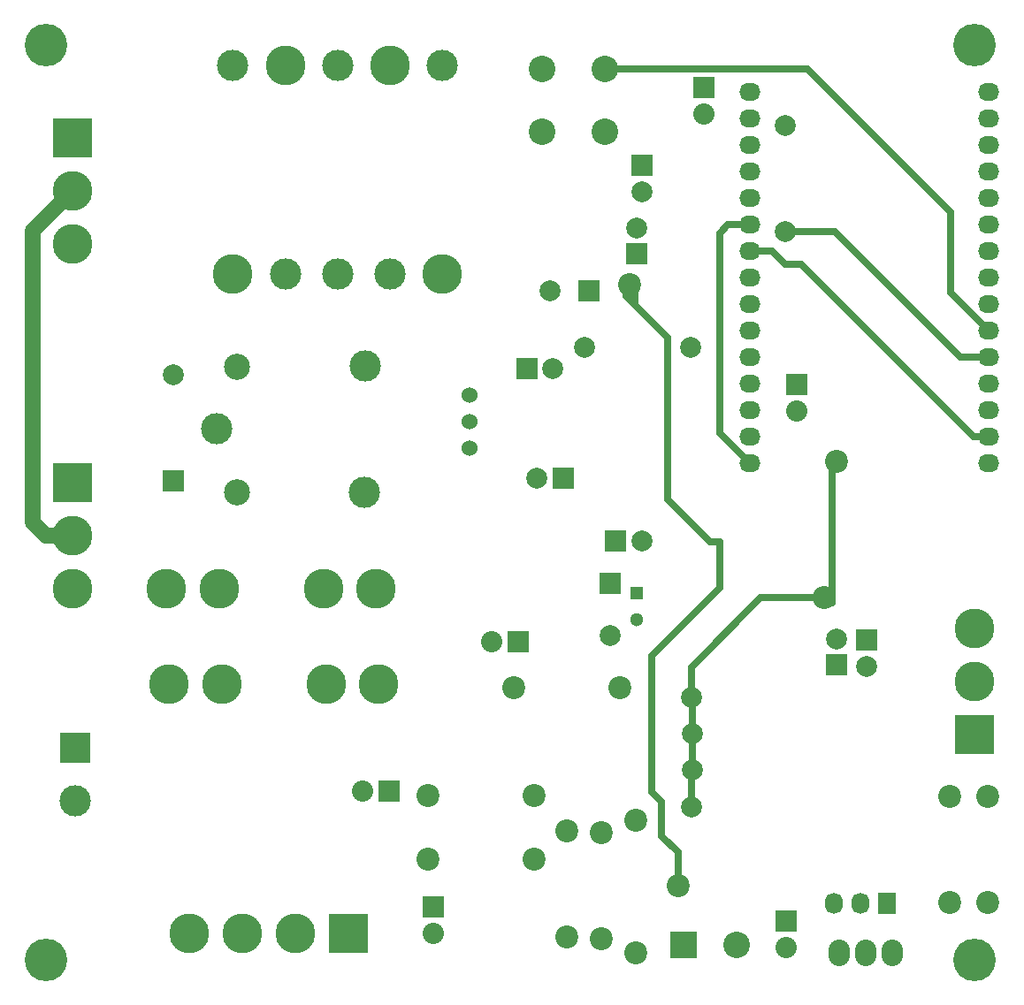
<source format=gbr>
G04 #@! TF.FileFunction,Copper,L1,Top,Signal*
%FSLAX46Y46*%
G04 Gerber Fmt 4.6, Leading zero omitted, Abs format (unit mm)*
G04 Created by KiCad (PCBNEW 4.0.2+dfsg1-stable) date pon, 19 lis 2018, 23:32:54*
%MOMM*%
G01*
G04 APERTURE LIST*
%ADD10C,0.100000*%
%ADD11O,2.032000X1.727200*%
%ADD12R,2.000000X2.000000*%
%ADD13C,2.000000*%
%ADD14C,2.200000*%
%ADD15O,2.032000X2.540000*%
%ADD16R,3.810000X3.810000*%
%ADD17C,3.810000*%
%ADD18C,2.540000*%
%ADD19R,2.032000X2.032000*%
%ADD20O,2.032000X2.032000*%
%ADD21C,1.524000*%
%ADD22C,2.999740*%
%ADD23R,1.727200X2.032000*%
%ADD24O,1.727200X2.032000*%
%ADD25R,1.300000X1.300000*%
%ADD26C,1.300000*%
%ADD27C,4.064000*%
%ADD28C,2.500000*%
%ADD29C,3.000000*%
%ADD30R,3.000000X3.000000*%
%ADD31R,2.540000X2.540000*%
%ADD32C,0.700000*%
%ADD33C,1.500000*%
G04 APERTURE END LIST*
D10*
D11*
X118250000Y-82000000D03*
X118250000Y-84540000D03*
X118250000Y-87080000D03*
X118250000Y-89620000D03*
X118250000Y-92160000D03*
X118250000Y-94700000D03*
X118250000Y-97240000D03*
X118250000Y-99780000D03*
X118250000Y-102320000D03*
X118250000Y-104860000D03*
X118250000Y-107400000D03*
X118250000Y-109940000D03*
X118250000Y-112480000D03*
X118250000Y-115020000D03*
X118250000Y-117560000D03*
X95390000Y-82000000D03*
X95390000Y-112480000D03*
X95390000Y-115020000D03*
X95390000Y-109940000D03*
X95390000Y-94700000D03*
X95390000Y-92160000D03*
X95390000Y-97240000D03*
X95390000Y-117560000D03*
X95390000Y-102320000D03*
X95390000Y-99780000D03*
X95390000Y-104860000D03*
X95390000Y-107400000D03*
X95390000Y-87080000D03*
X95390000Y-89620000D03*
X95390000Y-84540000D03*
D12*
X103632000Y-136855200D03*
D13*
X103632000Y-134355200D03*
X76500000Y-108500000D03*
D12*
X74000000Y-108500000D03*
D14*
X82931000Y-139065000D03*
X72771000Y-139065000D03*
X74676000Y-149352000D03*
X64516000Y-149352000D03*
D15*
X106489500Y-164465000D03*
X103949500Y-164465000D03*
X109029500Y-164465000D03*
D16*
X116840000Y-143510000D03*
D17*
X116840000Y-138430000D03*
X116840000Y-133350000D03*
D12*
X106537760Y-134457440D03*
D13*
X106537760Y-136957440D03*
D16*
X30480000Y-119380000D03*
D17*
X30480000Y-124460000D03*
X30480000Y-129540000D03*
D12*
X80000000Y-101000000D03*
D13*
X76200000Y-101000000D03*
D12*
X85000000Y-89000000D03*
D13*
X85000000Y-91500000D03*
D12*
X77470000Y-118999000D03*
D13*
X74970000Y-118999000D03*
D18*
X75486000Y-85804000D03*
X81486000Y-85804000D03*
X81486000Y-79804000D03*
X75486000Y-79804000D03*
D17*
X54531260Y-129540000D03*
X59529980Y-129540000D03*
X44528740Y-129540000D03*
X39530020Y-129540000D03*
X54785260Y-138684000D03*
X59783980Y-138684000D03*
X44782740Y-138684000D03*
X39784020Y-138684000D03*
D19*
X73152000Y-134620000D03*
D20*
X70612000Y-134620000D03*
D19*
X60833000Y-148971000D03*
D20*
X58293000Y-148971000D03*
D19*
X65024000Y-160020000D03*
D20*
X65024000Y-162560000D03*
D19*
X98869500Y-161353500D03*
D20*
X98869500Y-163893500D03*
D16*
X30480000Y-86360000D03*
D17*
X30480000Y-91440000D03*
X30480000Y-96520000D03*
X51816000Y-162560000D03*
X46736000Y-162560000D03*
D16*
X56896000Y-162560000D03*
D17*
X41656000Y-162560000D03*
D19*
X90932000Y-81534000D03*
D20*
X90932000Y-84074000D03*
D19*
X99822000Y-109982000D03*
D20*
X99822000Y-112522000D03*
D21*
X68500000Y-113540000D03*
X68500000Y-116080000D03*
X68500000Y-111000000D03*
D17*
X65879980Y-99407980D03*
D22*
X60881260Y-99407980D03*
X55880000Y-99407980D03*
X50878740Y-99407980D03*
D17*
X45880020Y-99407980D03*
D22*
X45880020Y-79408020D03*
D17*
X50878740Y-79408020D03*
D22*
X55880000Y-79408020D03*
D17*
X60881260Y-79408020D03*
D22*
X65879980Y-79408020D03*
D14*
X74676000Y-155448000D03*
X64516000Y-155448000D03*
X84455000Y-164465000D03*
X84455000Y-151765000D03*
X81153000Y-163068000D03*
X81153000Y-152908000D03*
X77851000Y-162941000D03*
X77851000Y-152781000D03*
D12*
X82000000Y-129000000D03*
D13*
X82000000Y-134000000D03*
X79502000Y-106426000D03*
X89662000Y-106426000D03*
X98750000Y-95330000D03*
X98750000Y-85170000D03*
D14*
X114490500Y-149415500D03*
X114490500Y-159575500D03*
X118110000Y-159639000D03*
X118110000Y-149479000D03*
D23*
X108521500Y-159702500D03*
D24*
X105981500Y-159702500D03*
X103441500Y-159702500D03*
D12*
X84500000Y-97500000D03*
D13*
X84500000Y-95000000D03*
D12*
X82500000Y-125000000D03*
D13*
X85000000Y-125000000D03*
D25*
X84500000Y-130000000D03*
D26*
X84500000Y-132500000D03*
D27*
X27940000Y-77470000D03*
X27940000Y-165100000D03*
X116840000Y-165100000D03*
X116840000Y-77470000D03*
D28*
X46273000Y-120286000D03*
D29*
X58473000Y-120286000D03*
X58523000Y-108236000D03*
D28*
X46273000Y-108286000D03*
D29*
X44323000Y-114236000D03*
D30*
X30734000Y-144780000D03*
D29*
X30734000Y-149860000D03*
D31*
X89027000Y-163703000D03*
D18*
X94107000Y-163703000D03*
D13*
X40195500Y-109093000D03*
D12*
X40195500Y-119253000D03*
D14*
X83820000Y-100457000D03*
X88500000Y-158000000D03*
D13*
X89773760Y-139943840D03*
X89834720Y-143398240D03*
X89753440Y-150428960D03*
X89895680Y-146913600D03*
D14*
X102489000Y-130429000D03*
X103632000Y-117348000D03*
D32*
X81486000Y-79804000D02*
X87074000Y-79804000D01*
X114554000Y-101164000D02*
X118250000Y-104860000D01*
X114554000Y-93472000D02*
X114554000Y-101164000D01*
X100838000Y-79756000D02*
X114554000Y-93472000D01*
X87122000Y-79756000D02*
X100838000Y-79756000D01*
X87074000Y-79804000D02*
X87122000Y-79756000D01*
X118250000Y-115020000D02*
X116752280Y-115020000D01*
X97519400Y-97240000D02*
X95390000Y-97240000D01*
X98795840Y-98516440D02*
X97519400Y-97240000D01*
X100248720Y-98516440D02*
X98795840Y-98516440D01*
X116752280Y-115020000D02*
X100248720Y-98516440D01*
X86927500Y-149927500D02*
X86927500Y-153221500D01*
X86927500Y-153221500D02*
X88500000Y-154794000D01*
X84328000Y-100965000D02*
X84328000Y-102235000D01*
X83820000Y-100457000D02*
X84328000Y-100965000D01*
X87500000Y-117500000D02*
X87500000Y-121000060D01*
X83500000Y-101500000D02*
X87500000Y-105500000D01*
X87500000Y-105500000D02*
X87500000Y-117500000D01*
X92500000Y-125031500D02*
X92500000Y-129500000D01*
X92500000Y-129500000D02*
X86000000Y-136000000D01*
X86000000Y-136000000D02*
X86000000Y-149000000D01*
X86000000Y-149000000D02*
X86927500Y-149927500D01*
X88500000Y-154794000D02*
X88500000Y-158000000D01*
X87500000Y-121000060D02*
X91531440Y-125031500D01*
X91531440Y-125031500D02*
X92500000Y-125031500D01*
D33*
X30480000Y-124460000D02*
X27940000Y-124460000D01*
X26670000Y-95250000D02*
X30480000Y-91440000D01*
X26670000Y-123190000D02*
X26670000Y-95250000D01*
X27940000Y-124460000D02*
X26670000Y-123190000D01*
D32*
X89773760Y-139943840D02*
X89773760Y-137073640D01*
X96418400Y-130429000D02*
X102489000Y-130429000D01*
X89773760Y-137073640D02*
X96418400Y-130429000D01*
X89834720Y-143398240D02*
X89834720Y-140004800D01*
X89834720Y-140004800D02*
X89773760Y-139943840D01*
X89895680Y-143459200D02*
X89895680Y-146913600D01*
X89834720Y-143398240D02*
X89895680Y-143459200D01*
X89753440Y-147055840D02*
X89753440Y-150428960D01*
X89895680Y-146913600D02*
X89753440Y-147055840D01*
X103238300Y-130898900D02*
X102958900Y-130898900D01*
X102958900Y-130898900D02*
X102489000Y-130429000D01*
X103238300Y-117741700D02*
X103238300Y-130898900D01*
X103378000Y-117602000D02*
X103238300Y-117741700D01*
X95390000Y-94700000D02*
X93260000Y-94700000D01*
X92456000Y-114626000D02*
X95390000Y-117560000D01*
X92456000Y-95504000D02*
X92456000Y-114626000D01*
X93260000Y-94700000D02*
X92456000Y-95504000D01*
X98750000Y-95330000D02*
X103458000Y-95330000D01*
X115528000Y-107400000D02*
X118250000Y-107400000D01*
X103458000Y-95330000D02*
X115528000Y-107400000D01*
M02*

</source>
